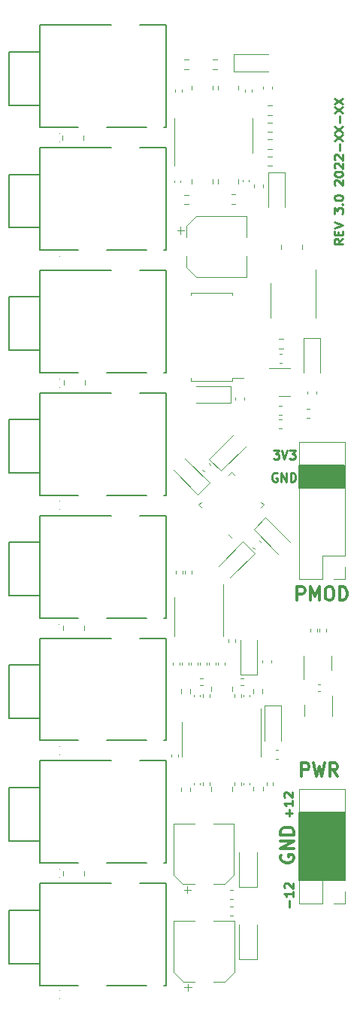
<source format=gbr>
%TF.GenerationSoftware,KiCad,Pcbnew,(6.0.11)*%
%TF.CreationDate,2023-02-18T19:52:45+01:00*%
%TF.ProjectId,eurorack-pmod-pcb,6575726f-7261-4636-9b2d-706d6f642d70,rev?*%
%TF.SameCoordinates,Original*%
%TF.FileFunction,Legend,Top*%
%TF.FilePolarity,Positive*%
%FSLAX46Y46*%
G04 Gerber Fmt 4.6, Leading zero omitted, Abs format (unit mm)*
G04 Created by KiCad (PCBNEW (6.0.11)) date 2023-02-18 19:52:45*
%MOMM*%
%LPD*%
G01*
G04 APERTURE LIST*
%ADD10C,0.150000*%
%ADD11C,0.375000*%
%ADD12C,0.250000*%
%ADD13C,0.100000*%
%ADD14C,0.120000*%
%ADD15C,0.127000*%
G04 APERTURE END LIST*
D10*
X9120223Y-49530000D02*
X14200223Y-49530000D01*
X14200223Y-49530000D02*
X14200223Y-52070000D01*
X14200223Y-52070000D02*
X9120223Y-52070000D01*
X9120223Y-52070000D02*
X9120223Y-49530000D01*
G36*
X9120223Y-49530000D02*
G01*
X14200223Y-49530000D01*
X14200223Y-52070000D01*
X9120223Y-52070000D01*
X9120223Y-49530000D01*
G37*
X9079000Y-88574800D02*
X14224000Y-88574800D01*
X14224000Y-88574800D02*
X14224000Y-96189800D01*
X14224000Y-96189800D02*
X9079000Y-96189800D01*
X9079000Y-96189800D02*
X9079000Y-88574800D01*
G36*
X9079000Y-88574800D02*
G01*
X14224000Y-88574800D01*
X14224000Y-96189800D01*
X9079000Y-96189800D01*
X9079000Y-88574800D01*
G37*
D11*
X9353799Y-84498571D02*
X9353799Y-82998571D01*
X9925228Y-82998571D01*
X10068085Y-83070000D01*
X10139514Y-83141428D01*
X10210942Y-83284285D01*
X10210942Y-83498571D01*
X10139514Y-83641428D01*
X10068085Y-83712857D01*
X9925228Y-83784285D01*
X9353799Y-83784285D01*
X10710942Y-82998571D02*
X11068085Y-84498571D01*
X11353799Y-83427142D01*
X11639514Y-84498571D01*
X11996657Y-82998571D01*
X13425228Y-84498571D02*
X12925228Y-83784285D01*
X12568085Y-84498571D02*
X12568085Y-82998571D01*
X13139514Y-82998571D01*
X13282371Y-83070000D01*
X13353799Y-83141428D01*
X13425228Y-83284285D01*
X13425228Y-83498571D01*
X13353799Y-83641428D01*
X13282371Y-83712857D01*
X13139514Y-83784285D01*
X12568085Y-83784285D01*
D12*
X8013175Y-99222929D02*
X8013175Y-98461024D01*
X8394127Y-97461024D02*
X8394127Y-98032453D01*
X8394127Y-97746738D02*
X7394127Y-97746738D01*
X7536985Y-97841976D01*
X7632223Y-97937215D01*
X7679842Y-98032453D01*
X7489366Y-97080072D02*
X7441747Y-97032453D01*
X7394127Y-96937215D01*
X7394127Y-96699119D01*
X7441747Y-96603881D01*
X7489366Y-96556262D01*
X7584604Y-96508643D01*
X7679842Y-96508643D01*
X7822699Y-96556262D01*
X8394127Y-97127691D01*
X8394127Y-96508643D01*
X14041380Y-24081428D02*
X13565190Y-24414761D01*
X14041380Y-24652857D02*
X13041380Y-24652857D01*
X13041380Y-24271904D01*
X13089000Y-24176666D01*
X13136619Y-24129047D01*
X13231857Y-24081428D01*
X13374714Y-24081428D01*
X13469952Y-24129047D01*
X13517571Y-24176666D01*
X13565190Y-24271904D01*
X13565190Y-24652857D01*
X13517571Y-23652857D02*
X13517571Y-23319523D01*
X14041380Y-23176666D02*
X14041380Y-23652857D01*
X13041380Y-23652857D01*
X13041380Y-23176666D01*
X13041380Y-22890952D02*
X14041380Y-22557619D01*
X13041380Y-22224285D01*
X13041380Y-21224285D02*
X13041380Y-20605238D01*
X13422333Y-20938571D01*
X13422333Y-20795714D01*
X13469952Y-20700476D01*
X13517571Y-20652857D01*
X13612809Y-20605238D01*
X13850904Y-20605238D01*
X13946142Y-20652857D01*
X13993761Y-20700476D01*
X14041380Y-20795714D01*
X14041380Y-21081428D01*
X13993761Y-21176666D01*
X13946142Y-21224285D01*
X13946142Y-20176666D02*
X13993761Y-20129047D01*
X14041380Y-20176666D01*
X13993761Y-20224285D01*
X13946142Y-20176666D01*
X14041380Y-20176666D01*
X13041380Y-19510000D02*
X13041380Y-19414761D01*
X13089000Y-19319523D01*
X13136619Y-19271904D01*
X13231857Y-19224285D01*
X13422333Y-19176666D01*
X13660428Y-19176666D01*
X13850904Y-19224285D01*
X13946142Y-19271904D01*
X13993761Y-19319523D01*
X14041380Y-19414761D01*
X14041380Y-19510000D01*
X13993761Y-19605238D01*
X13946142Y-19652857D01*
X13850904Y-19700476D01*
X13660428Y-19748095D01*
X13422333Y-19748095D01*
X13231857Y-19700476D01*
X13136619Y-19652857D01*
X13089000Y-19605238D01*
X13041380Y-19510000D01*
X13136619Y-18033809D02*
X13089000Y-17986190D01*
X13041380Y-17890952D01*
X13041380Y-17652857D01*
X13089000Y-17557619D01*
X13136619Y-17510000D01*
X13231857Y-17462380D01*
X13327095Y-17462380D01*
X13469952Y-17510000D01*
X14041380Y-18081428D01*
X14041380Y-17462380D01*
X13041380Y-16843333D02*
X13041380Y-16748095D01*
X13089000Y-16652857D01*
X13136619Y-16605238D01*
X13231857Y-16557619D01*
X13422333Y-16510000D01*
X13660428Y-16510000D01*
X13850904Y-16557619D01*
X13946142Y-16605238D01*
X13993761Y-16652857D01*
X14041380Y-16748095D01*
X14041380Y-16843333D01*
X13993761Y-16938571D01*
X13946142Y-16986190D01*
X13850904Y-17033809D01*
X13660428Y-17081428D01*
X13422333Y-17081428D01*
X13231857Y-17033809D01*
X13136619Y-16986190D01*
X13089000Y-16938571D01*
X13041380Y-16843333D01*
X13136619Y-16129047D02*
X13089000Y-16081428D01*
X13041380Y-15986190D01*
X13041380Y-15748095D01*
X13089000Y-15652857D01*
X13136619Y-15605238D01*
X13231857Y-15557619D01*
X13327095Y-15557619D01*
X13469952Y-15605238D01*
X14041380Y-16176666D01*
X14041380Y-15557619D01*
X13136619Y-15176666D02*
X13089000Y-15129047D01*
X13041380Y-15033809D01*
X13041380Y-14795714D01*
X13089000Y-14700476D01*
X13136619Y-14652857D01*
X13231857Y-14605238D01*
X13327095Y-14605238D01*
X13469952Y-14652857D01*
X14041380Y-15224285D01*
X14041380Y-14605238D01*
X13660428Y-14176666D02*
X13660428Y-13414761D01*
X13041380Y-13033809D02*
X14041380Y-12367142D01*
X13041380Y-12367142D02*
X14041380Y-13033809D01*
X13041380Y-12081428D02*
X14041380Y-11414761D01*
X13041380Y-11414761D02*
X14041380Y-12081428D01*
X13660428Y-11033809D02*
X13660428Y-10271904D01*
X13041380Y-9890952D02*
X14041380Y-9224285D01*
X13041380Y-9224285D02*
X14041380Y-9890952D01*
X13041380Y-8938571D02*
X14041380Y-8271904D01*
X13041380Y-8271904D02*
X14041380Y-8938571D01*
D11*
X7080787Y-93373484D02*
X7009358Y-93516341D01*
X7009358Y-93730627D01*
X7080787Y-93944912D01*
X7223644Y-94087769D01*
X7366501Y-94159198D01*
X7652215Y-94230627D01*
X7866501Y-94230627D01*
X8152215Y-94159198D01*
X8295072Y-94087769D01*
X8437929Y-93944912D01*
X8509358Y-93730627D01*
X8509358Y-93587769D01*
X8437929Y-93373484D01*
X8366501Y-93302055D01*
X7866501Y-93302055D01*
X7866501Y-93587769D01*
X8509358Y-92659198D02*
X7009358Y-92659198D01*
X8509358Y-91802055D01*
X7009358Y-91802055D01*
X8509358Y-91087769D02*
X7009358Y-91087769D01*
X7009358Y-90730627D01*
X7080787Y-90516341D01*
X7223644Y-90373484D01*
X7366501Y-90302055D01*
X7652215Y-90230627D01*
X7866501Y-90230627D01*
X8152215Y-90302055D01*
X8295072Y-90373484D01*
X8437929Y-90516341D01*
X8509358Y-90730627D01*
X8509358Y-91087769D01*
D12*
X6201293Y-47864282D02*
X6820341Y-47864282D01*
X6487008Y-48245235D01*
X6629865Y-48245235D01*
X6725103Y-48292854D01*
X6772722Y-48340473D01*
X6820341Y-48435711D01*
X6820341Y-48673806D01*
X6772722Y-48769044D01*
X6725103Y-48816663D01*
X6629865Y-48864282D01*
X6344150Y-48864282D01*
X6248912Y-48816663D01*
X6201293Y-48769044D01*
X7106055Y-47864282D02*
X7439389Y-48864282D01*
X7772722Y-47864282D01*
X8010817Y-47864282D02*
X8629865Y-47864282D01*
X8296531Y-48245235D01*
X8439389Y-48245235D01*
X8534627Y-48292854D01*
X8582246Y-48340473D01*
X8629865Y-48435711D01*
X8629865Y-48673806D01*
X8582246Y-48769044D01*
X8534627Y-48816663D01*
X8439389Y-48864282D01*
X8153674Y-48864282D01*
X8058436Y-48816663D01*
X8010817Y-48769044D01*
D11*
X8872885Y-64711971D02*
X8872885Y-63211971D01*
X9444314Y-63211971D01*
X9587171Y-63283400D01*
X9658600Y-63354828D01*
X9730028Y-63497685D01*
X9730028Y-63711971D01*
X9658600Y-63854828D01*
X9587171Y-63926257D01*
X9444314Y-63997685D01*
X8872885Y-63997685D01*
X10372885Y-64711971D02*
X10372885Y-63211971D01*
X10872885Y-64283400D01*
X11372885Y-63211971D01*
X11372885Y-64711971D01*
X12372885Y-63211971D02*
X12658600Y-63211971D01*
X12801457Y-63283400D01*
X12944314Y-63426257D01*
X13015742Y-63711971D01*
X13015742Y-64211971D01*
X12944314Y-64497685D01*
X12801457Y-64640542D01*
X12658600Y-64711971D01*
X12372885Y-64711971D01*
X12230028Y-64640542D01*
X12087171Y-64497685D01*
X12015742Y-64211971D01*
X12015742Y-63711971D01*
X12087171Y-63426257D01*
X12230028Y-63283400D01*
X12372885Y-63211971D01*
X13658600Y-64711971D02*
X13658600Y-63211971D01*
X14015742Y-63211971D01*
X14230028Y-63283400D01*
X14372885Y-63426257D01*
X14444314Y-63569114D01*
X14515742Y-63854828D01*
X14515742Y-64069114D01*
X14444314Y-64354828D01*
X14372885Y-64497685D01*
X14230028Y-64640542D01*
X14015742Y-64711971D01*
X13658600Y-64711971D01*
D12*
X7976189Y-89014593D02*
X7976189Y-88252688D01*
X8357141Y-88633640D02*
X7595237Y-88633640D01*
X8357141Y-87252688D02*
X8357141Y-87824117D01*
X8357141Y-87538402D02*
X7357141Y-87538402D01*
X7499999Y-87633640D01*
X7595237Y-87728879D01*
X7642856Y-87824117D01*
X7452380Y-86871736D02*
X7404761Y-86824117D01*
X7357141Y-86728879D01*
X7357141Y-86490783D01*
X7404761Y-86395545D01*
X7452380Y-86347926D01*
X7547618Y-86300307D01*
X7642856Y-86300307D01*
X7785713Y-86347926D01*
X8357141Y-86919355D01*
X8357141Y-86300307D01*
X6603510Y-50427000D02*
X6508272Y-50379380D01*
X6365414Y-50379380D01*
X6222557Y-50427000D01*
X6127319Y-50522238D01*
X6079700Y-50617476D01*
X6032081Y-50807952D01*
X6032081Y-50950809D01*
X6079700Y-51141285D01*
X6127319Y-51236523D01*
X6222557Y-51331761D01*
X6365414Y-51379380D01*
X6460653Y-51379380D01*
X6603510Y-51331761D01*
X6651129Y-51284142D01*
X6651129Y-50950809D01*
X6460653Y-50950809D01*
X7079700Y-51379380D02*
X7079700Y-50379380D01*
X7651129Y-51379380D01*
X7651129Y-50379380D01*
X8127319Y-51379380D02*
X8127319Y-50379380D01*
X8365415Y-50379380D01*
X8508272Y-50427000D01*
X8603510Y-50522238D01*
X8651129Y-50617476D01*
X8698748Y-50807952D01*
X8698748Y-50950809D01*
X8651129Y-51141285D01*
X8603510Y-51236523D01*
X8508272Y-51331761D01*
X8365415Y-51379380D01*
X8127319Y-51379380D01*
D13*
%TO.C,D7*%
X-17859200Y-39827200D02*
G75*
G03*
X-17859200Y-39827200I-50000J0D01*
G01*
D14*
%TO.C,R9*%
X1439142Y-20131300D02*
X1913658Y-20131300D01*
X1439142Y-19086300D02*
X1913658Y-19086300D01*
%TO.C,U9*%
X5847400Y-30988000D02*
X5847400Y-32938000D01*
X10967400Y-30988000D02*
X10967400Y-32938000D01*
X5847400Y-30988000D02*
X5847400Y-29038000D01*
X10967400Y-30988000D02*
X10967400Y-27538000D01*
%TO.C,C18*%
X-4262800Y-17735436D02*
X-4262800Y-17519764D01*
X-4982800Y-17735436D02*
X-4982800Y-17519764D01*
%TO.C,U2*%
X-4079400Y-80340200D02*
X-4079400Y-78390200D01*
X-4079400Y-80340200D02*
X-4079400Y-82290200D01*
X4790600Y-80340200D02*
X4790600Y-82290200D01*
X4790600Y-80340200D02*
X4790600Y-76890200D01*
D13*
%TO.C,D18*%
X-17859200Y-109524800D02*
G75*
G03*
X-17859200Y-109524800I-50000J0D01*
G01*
D14*
%TO.C,RN11*%
X-15126800Y-95152400D02*
X-15126800Y-95652400D01*
X-17486800Y-95152400D02*
X-17486800Y-95652400D01*
%TO.C,R18*%
X3922500Y-75167258D02*
X3922500Y-74692742D01*
X4967500Y-75167258D02*
X4967500Y-74692742D01*
%TO.C,R13*%
X5553942Y-9104100D02*
X6028458Y-9104100D01*
X5553942Y-10149100D02*
X6028458Y-10149100D01*
%TO.C,C17*%
X-884123Y-49524828D02*
X-1082934Y-49326017D01*
X-1605372Y-50246077D02*
X-1804183Y-50047266D01*
%TO.C,C4*%
X4925600Y-71768580D02*
X4925600Y-71487420D01*
X5945600Y-71768580D02*
X5945600Y-71487420D01*
D13*
%TO.C,D11*%
X-17910000Y-67411600D02*
G75*
G03*
X-17910000Y-67411600I-50000J0D01*
G01*
%TO.C,D5*%
X-17859200Y-26009600D02*
G75*
G03*
X-17859200Y-26009600I-50000J0D01*
G01*
D14*
%TO.C,R2*%
X12114800Y-67918359D02*
X12114800Y-68225641D01*
X11354800Y-67918359D02*
X11354800Y-68225641D01*
D15*
%TO.C,J10*%
X-5882000Y-94272626D02*
X-6108000Y-94272626D01*
X-20082000Y-94272626D02*
X-20082000Y-91772626D01*
X-15810000Y-94272626D02*
X-20082000Y-94272626D01*
X-20082000Y-85772626D02*
X-20082000Y-82772626D01*
X-5882000Y-82772626D02*
X-5882000Y-94272626D01*
X-20082000Y-82772626D02*
X-12110000Y-82772626D01*
X-23582000Y-85772626D02*
X-23582000Y-91772626D01*
X-12554000Y-94272626D02*
X-8056000Y-94272626D01*
X-5882000Y-82772626D02*
X-8854000Y-82772626D01*
X-20082000Y-85772626D02*
X-23582000Y-85772626D01*
X-23582000Y-91772626D02*
X-20082000Y-91772626D01*
X-20082000Y-91772626D02*
X-20082000Y-85772626D01*
D14*
%TO.C,D2*%
X4352800Y-105070000D02*
X4352800Y-101220000D01*
X2352800Y-105070000D02*
X4352800Y-105070000D01*
X2352800Y-105070000D02*
X2352800Y-101220000D01*
%TO.C,R8*%
X-4014200Y-61697841D02*
X-4014200Y-61390559D01*
X-4774200Y-61697841D02*
X-4774200Y-61390559D01*
%TO.C,C27*%
X6895220Y-38025800D02*
X7176380Y-38025800D01*
X6895220Y-37005800D02*
X7176380Y-37005800D01*
%TO.C,R10*%
X5553942Y-15864100D02*
X6028458Y-15864100D01*
X5553942Y-14819100D02*
X6028458Y-14819100D01*
D15*
%TO.C,J5*%
X-20082000Y-16829771D02*
X-20082000Y-13829771D01*
X-15810000Y-25329771D02*
X-20082000Y-25329771D01*
X-20082000Y-22829771D02*
X-20082000Y-16829771D01*
X-20082000Y-13829771D02*
X-12110000Y-13829771D01*
X-12554000Y-25329771D02*
X-8056000Y-25329771D01*
X-23582000Y-22829771D02*
X-20082000Y-22829771D01*
X-20082000Y-25329771D02*
X-20082000Y-22829771D01*
X-5882000Y-13829771D02*
X-8854000Y-13829771D01*
X-5882000Y-25329771D02*
X-6108000Y-25329771D01*
X-20082000Y-16829771D02*
X-23582000Y-16829771D01*
X-23582000Y-16829771D02*
X-23582000Y-22829771D01*
X-5882000Y-13829771D02*
X-5882000Y-25329771D01*
D14*
%TO.C,C12*%
X274375Y-50150209D02*
X3039163Y-47385421D01*
X1716873Y-46063131D02*
X-1047915Y-48827919D01*
X-1047915Y-48827919D02*
X274375Y-50150209D01*
%TO.C,R4*%
X11172759Y-74903600D02*
X11480041Y-74903600D01*
X11172759Y-74143600D02*
X11480041Y-74143600D01*
%TO.C,C25*%
X2815000Y-85236164D02*
X2815000Y-85451836D01*
X3535000Y-85236164D02*
X3535000Y-85451836D01*
%TO.C,C19*%
X3433400Y-17659236D02*
X3433400Y-17443564D01*
X2713400Y-17659236D02*
X2713400Y-17443564D01*
%TO.C,RN6*%
X1561000Y-85678200D02*
X1561000Y-86178200D01*
X-799000Y-85678200D02*
X-799000Y-86178200D01*
%TO.C,RN7*%
X7071000Y-24777000D02*
X7071000Y-25277000D01*
X9431000Y-24777000D02*
X9431000Y-25277000D01*
%TO.C,R26*%
X-3160500Y-85741742D02*
X-3160500Y-86216258D01*
X-4205500Y-85741742D02*
X-4205500Y-86216258D01*
%TO.C,U1*%
X1785628Y-50632153D02*
X1449752Y-50296278D01*
X-2241345Y-53987375D02*
X-1905470Y-53651499D01*
X1449752Y-50296278D02*
X1113876Y-50632153D01*
X1113876Y-57342597D02*
X1449752Y-57678472D01*
X5140849Y-53987375D02*
X4804974Y-54323251D01*
X4804974Y-53651499D02*
X5140849Y-53987375D01*
X-1905470Y-54323251D02*
X-2241345Y-53987375D01*
%TO.C,C9*%
X6047200Y-7240180D02*
X6047200Y-6959020D01*
X5027200Y-7240180D02*
X5027200Y-6959020D01*
%TO.C,L5*%
X10271979Y-43228800D02*
X9946421Y-43228800D01*
X10271979Y-44248800D02*
X9946421Y-44248800D01*
%TO.C,R24*%
X-1017000Y-75284359D02*
X-1017000Y-75591641D01*
X-1777000Y-75284359D02*
X-1777000Y-75591641D01*
D13*
%TO.C,D15*%
X-17859200Y-94945200D02*
G75*
G03*
X-17859200Y-94945200I-50000J0D01*
G01*
D14*
%TO.C,R33*%
X6798542Y-35342300D02*
X7273058Y-35342300D01*
X6798542Y-36387300D02*
X7273058Y-36387300D01*
%TO.C,RN8*%
X-15177600Y-12450000D02*
X-15177600Y-12950000D01*
X-17537600Y-12450000D02*
X-17537600Y-12950000D01*
D13*
%TO.C,D9*%
X-17875100Y-53594000D02*
G75*
G03*
X-17875100Y-53594000I-50000J0D01*
G01*
D14*
%TO.C,L6*%
X10056400Y-41213821D02*
X10056400Y-41539379D01*
X11076400Y-41213821D02*
X11076400Y-41539379D01*
%TO.C,C5*%
X-3892250Y-97261750D02*
X-3104750Y-97261750D01*
X1759000Y-89808000D02*
X-591000Y-89808000D01*
X694563Y-96628000D02*
X-591000Y-96628000D01*
X-3498500Y-97655500D02*
X-3498500Y-96868000D01*
X-5061000Y-95563563D02*
X-5061000Y-89808000D01*
X1759000Y-95563563D02*
X1759000Y-89808000D01*
X694563Y-96628000D02*
X1759000Y-95563563D01*
X-3996563Y-96628000D02*
X-5061000Y-95563563D01*
X-3996563Y-96628000D02*
X-2711000Y-96628000D01*
X-5061000Y-89808000D02*
X-2711000Y-89808000D01*
%TO.C,RN10*%
X-15126800Y-67618800D02*
X-15126800Y-68118800D01*
X-17486800Y-67618800D02*
X-17486800Y-68118800D01*
%TO.C,U8*%
X7416800Y-38622800D02*
X5741800Y-38622800D01*
X7416800Y-41742800D02*
X6766800Y-41742800D01*
X7416800Y-38622800D02*
X8066800Y-38622800D01*
X7416800Y-41742800D02*
X8066800Y-41742800D01*
%TO.C,J1*%
X11684000Y-96189800D02*
X11684000Y-98789800D01*
X14284000Y-98789800D02*
X12954000Y-98789800D01*
X14284000Y-97459800D02*
X14284000Y-98789800D01*
X14284000Y-96189800D02*
X11684000Y-96189800D01*
X9084000Y-98789800D02*
X9084000Y-85969800D01*
X14284000Y-96189800D02*
X14284000Y-85969800D01*
X14284000Y-85969800D02*
X9084000Y-85969800D01*
X11684000Y-98789800D02*
X9084000Y-98789800D01*
%TO.C,RN3*%
X-87800Y-6836600D02*
X-87800Y-7336600D01*
X2272200Y-6836600D02*
X2272200Y-7336600D01*
%TO.C,R15*%
X-3369542Y-4967500D02*
X-3844058Y-4967500D01*
X-3369542Y-3922500D02*
X-3844058Y-3922500D01*
%TO.C,C1*%
X7488200Y-16613000D02*
X5618200Y-16613000D01*
X7488200Y-20523000D02*
X7488200Y-16613000D01*
X5618200Y-16613000D02*
X5618200Y-20523000D01*
%TO.C,R6*%
X-3369542Y-19137100D02*
X-3844058Y-19137100D01*
X-3369542Y-20182100D02*
X-3844058Y-20182100D01*
%TO.C,R30*%
X4992900Y-85665542D02*
X4992900Y-86140058D01*
X3947900Y-85665542D02*
X3947900Y-86140058D01*
%TO.C,R23*%
X-2058641Y-73534000D02*
X-1751359Y-73534000D01*
X-2058641Y-74294000D02*
X-1751359Y-74294000D01*
%TO.C,RN1*%
X-3008800Y-17377600D02*
X-3008800Y-17877600D01*
X-648800Y-17377600D02*
X-648800Y-17877600D01*
%TO.C,R25*%
X-280400Y-71702959D02*
X-280400Y-72010241D01*
X-1040400Y-71702959D02*
X-1040400Y-72010241D01*
%TO.C,C26*%
X11450600Y-35205800D02*
X9580600Y-35205800D01*
X11450600Y-39115800D02*
X11450600Y-35205800D01*
X9580600Y-35205800D02*
X9580600Y-39115800D01*
%TO.C,U4*%
X525200Y-66522600D02*
X525200Y-68722600D01*
X-4944800Y-66522600D02*
X-4944800Y-68722600D01*
X-4944800Y-66522600D02*
X-4944800Y-64322600D01*
X525200Y-66522600D02*
X525200Y-62922600D01*
%TO.C,C3*%
X2519400Y-73074400D02*
X4389400Y-73074400D01*
X4389400Y-73074400D02*
X4389400Y-69164400D01*
X2519400Y-69164400D02*
X2519400Y-73074400D01*
%TO.C,D1*%
X2352800Y-96942000D02*
X2352800Y-93092000D01*
X2352800Y-96942000D02*
X4352800Y-96942000D01*
X4352800Y-96942000D02*
X4352800Y-93092000D01*
D13*
%TO.C,D6*%
X-17859200Y-26924000D02*
G75*
G03*
X-17859200Y-26924000I-50000J0D01*
G01*
D14*
%TO.C,R11*%
X-4344400Y-71702959D02*
X-4344400Y-72010241D01*
X-5104400Y-71702959D02*
X-5104400Y-72010241D01*
%TO.C,C8*%
X1703200Y-5227600D02*
X5613200Y-5227600D01*
X5613200Y-3357600D02*
X1703200Y-3357600D01*
X1703200Y-3357600D02*
X1703200Y-5227600D01*
%TO.C,C28*%
X-2539800Y-42514800D02*
X1370200Y-42514800D01*
X1370200Y-42514800D02*
X1370200Y-40644800D01*
X1370200Y-40644800D02*
X-2539800Y-40644800D01*
%TO.C,C16*%
X-5067069Y-50077821D02*
X-2302281Y-52842609D01*
X-979991Y-51520319D02*
X-3744779Y-48755531D01*
X-2302281Y-52842609D02*
X-979991Y-51520319D01*
%TO.C,C14*%
X4606666Y-58012817D02*
X4805477Y-58211628D01*
X3885417Y-58734066D02*
X4084228Y-58932877D01*
D15*
%TO.C,J9*%
X-15810000Y-80484055D02*
X-20082000Y-80484055D01*
X-5882000Y-80484055D02*
X-6108000Y-80484055D01*
X-20082000Y-68984055D02*
X-12110000Y-68984055D01*
X-20082000Y-80484055D02*
X-20082000Y-77984055D01*
X-23582000Y-71984055D02*
X-23582000Y-77984055D01*
X-5882000Y-68984055D02*
X-5882000Y-80484055D01*
X-5882000Y-68984055D02*
X-8854000Y-68984055D01*
X-20082000Y-71984055D02*
X-23582000Y-71984055D01*
X-23582000Y-77984055D02*
X-20082000Y-77984055D01*
X-20082000Y-77984055D02*
X-20082000Y-71984055D01*
X-20082000Y-71984055D02*
X-20082000Y-68984055D01*
X-12554000Y-80484055D02*
X-8056000Y-80484055D01*
D14*
%TO.C,C10*%
X5211800Y-76582400D02*
X5211800Y-80492400D01*
X7081800Y-76582400D02*
X5211800Y-76582400D01*
X7081800Y-80492400D02*
X7081800Y-76582400D01*
%TO.C,R27*%
X-1777000Y-85497641D02*
X-1777000Y-85190359D01*
X-1017000Y-85497641D02*
X-1017000Y-85190359D01*
%TO.C,C23*%
X-2053000Y-75545836D02*
X-2053000Y-75330164D01*
X-2773000Y-75545836D02*
X-2773000Y-75330164D01*
%TO.C,C13*%
X4100009Y-59430975D02*
X2777719Y-58108685D01*
X2777719Y-58108685D02*
X12931Y-60873473D01*
X1335221Y-62195763D02*
X4100009Y-59430975D01*
%TO.C,RN2*%
X-87800Y-17377600D02*
X-87800Y-17877600D01*
X2272200Y-17377600D02*
X2272200Y-17877600D01*
%TO.C,L4*%
X7147779Y-44346400D02*
X6822221Y-44346400D01*
X7147779Y-45366400D02*
X6822221Y-45366400D01*
%TO.C,L2*%
X1285021Y-100155452D02*
X1610579Y-100155452D01*
X1285021Y-99135452D02*
X1610579Y-99135452D01*
%TO.C,C22*%
X3535000Y-75545836D02*
X3535000Y-75330164D01*
X2815000Y-75545836D02*
X2815000Y-75330164D01*
%TO.C,R31*%
X2539000Y-85495641D02*
X2539000Y-85188359D01*
X1779000Y-85495641D02*
X1779000Y-85188359D01*
D13*
%TO.C,D12*%
X-17910000Y-68326000D02*
G75*
G03*
X-17910000Y-68326000I-50000J0D01*
G01*
D14*
%TO.C,C11*%
X6744580Y-82602800D02*
X6463420Y-82602800D01*
X6744580Y-81582800D02*
X6463420Y-81582800D01*
%TO.C,R20*%
X2539000Y-75284359D02*
X2539000Y-75591641D01*
X1779000Y-75284359D02*
X1779000Y-75591641D01*
%TO.C,R22*%
X-4205500Y-75167258D02*
X-4205500Y-74692742D01*
X-3160500Y-75167258D02*
X-3160500Y-74692742D01*
D13*
%TO.C,D4*%
X-17875100Y-13157200D02*
G75*
G03*
X-17875100Y-13157200I-50000J0D01*
G01*
D14*
%TO.C,R16*%
X5553942Y-11009100D02*
X6028458Y-11009100D01*
X5553942Y-12054100D02*
X6028458Y-12054100D01*
%TO.C,R29*%
X735600Y-71702959D02*
X735600Y-72010241D01*
X-24400Y-71702959D02*
X-24400Y-72010241D01*
D13*
%TO.C,D16*%
X-17859200Y-95859600D02*
G75*
G03*
X-17859200Y-95859600I-50000J0D01*
G01*
D14*
%TO.C,C29*%
X1903000Y-41896420D02*
X1903000Y-42177580D01*
X2923000Y-41896420D02*
X2923000Y-42177580D01*
%TO.C,L1*%
X1285021Y-98305000D02*
X1610579Y-98305000D01*
X1285021Y-97285000D02*
X1610579Y-97285000D01*
D13*
%TO.C,D17*%
X-17859200Y-108610400D02*
G75*
G03*
X-17859200Y-108610400I-50000J0D01*
G01*
D14*
%TO.C,L3*%
X7147779Y-42847800D02*
X6822221Y-42847800D01*
X7147779Y-43867800D02*
X6822221Y-43867800D01*
%TO.C,R3*%
X1904000Y-69135559D02*
X1904000Y-69442841D01*
X1144000Y-69135559D02*
X1144000Y-69442841D01*
%TO.C,Q1*%
X12837600Y-77114400D02*
X12837600Y-75439400D01*
X12837600Y-77114400D02*
X12837600Y-77764400D01*
X9717600Y-77114400D02*
X9717600Y-77764400D01*
X9717600Y-77114400D02*
X9717600Y-76464400D01*
%TO.C,R12*%
X-606058Y-3947900D02*
X-131542Y-3947900D01*
X-606058Y-4992900D02*
X-131542Y-4992900D01*
%TO.C,C2*%
X5056600Y-17995020D02*
X5056600Y-18276180D01*
X4036600Y-17995020D02*
X4036600Y-18276180D01*
%TO.C,R7*%
X5553942Y-12914100D02*
X6028458Y-12914100D01*
X5553942Y-13959100D02*
X6028458Y-13959100D01*
%TO.C,R5*%
X-2998200Y-61697841D02*
X-2998200Y-61390559D01*
X-3758200Y-61697841D02*
X-3758200Y-61390559D01*
D15*
%TO.C,J11*%
X-15810000Y-108061200D02*
X-20082000Y-108061200D01*
X-12554000Y-108061200D02*
X-8056000Y-108061200D01*
X-20082000Y-99561200D02*
X-23582000Y-99561200D01*
X-5882000Y-108061200D02*
X-6108000Y-108061200D01*
X-20082000Y-99561200D02*
X-20082000Y-96561200D01*
X-5882000Y-96561200D02*
X-5882000Y-108061200D01*
X-20082000Y-108061200D02*
X-20082000Y-105561200D01*
X-23582000Y-105561200D02*
X-20082000Y-105561200D01*
X-20082000Y-105561200D02*
X-20082000Y-99561200D01*
X-23582000Y-99561200D02*
X-23582000Y-105561200D01*
X-5882000Y-96561200D02*
X-8854000Y-96561200D01*
X-20082000Y-96561200D02*
X-12110000Y-96561200D01*
D14*
%TO.C,RN9*%
X-15025200Y-39983600D02*
X-15025200Y-40483600D01*
X-17385200Y-39983600D02*
X-17385200Y-40483600D01*
%TO.C,R19*%
X2820641Y-74294000D02*
X2513359Y-74294000D01*
X2820641Y-73534000D02*
X2513359Y-73534000D01*
%TO.C,R28*%
X-4573000Y-82322641D02*
X-4573000Y-82015359D01*
X-5333000Y-82322641D02*
X-5333000Y-82015359D01*
D13*
%TO.C,D14*%
X-17859200Y-82092800D02*
G75*
G03*
X-17859200Y-82092800I-50000J0D01*
G01*
%TO.C,D8*%
X-17859200Y-40741600D02*
G75*
G03*
X-17859200Y-40741600I-50000J0D01*
G01*
D14*
%TO.C,RN4*%
X-3008800Y-6836600D02*
X-3008800Y-7336600D01*
X-648800Y-6836600D02*
X-648800Y-7336600D01*
%TO.C,C20*%
X3018200Y-7331764D02*
X3018200Y-7547436D01*
X3738200Y-7331764D02*
X3738200Y-7547436D01*
%TO.C,C24*%
X-2773000Y-85236164D02*
X-2773000Y-85451836D01*
X-2053000Y-85236164D02*
X-2053000Y-85451836D01*
%TO.C,R1*%
X10338800Y-67918359D02*
X10338800Y-68225641D01*
X11098800Y-67918359D02*
X11098800Y-68225641D01*
%TO.C,R14*%
X-3328400Y-71702959D02*
X-3328400Y-72010241D01*
X-4088400Y-71702959D02*
X-4088400Y-72010241D01*
%TO.C,R17*%
X-3072400Y-71702959D02*
X-3072400Y-72010241D01*
X-2312400Y-71702959D02*
X-2312400Y-72010241D01*
%TO.C,U3*%
X3876200Y-12420600D02*
X3876200Y-14370600D01*
X3876200Y-12420600D02*
X3876200Y-10470600D01*
X-4993800Y-12420600D02*
X-4993800Y-10470600D01*
X-4993800Y-12420600D02*
X-4993800Y-15870600D01*
D15*
%TO.C,J7*%
X-20082000Y-41406913D02*
X-12110000Y-41406913D01*
X-15810000Y-52906913D02*
X-20082000Y-52906913D01*
X-5882000Y-41406913D02*
X-8854000Y-41406913D01*
X-5882000Y-52906913D02*
X-6108000Y-52906913D01*
X-5882000Y-41406913D02*
X-5882000Y-52906913D01*
X-20082000Y-52906913D02*
X-20082000Y-50406913D01*
X-20082000Y-44406913D02*
X-23582000Y-44406913D01*
X-12554000Y-52906913D02*
X-8056000Y-52906913D01*
X-23582000Y-44406913D02*
X-23582000Y-50406913D01*
X-20082000Y-44406913D02*
X-20082000Y-41406913D01*
X-20082000Y-50406913D02*
X-20082000Y-44406913D01*
X-23582000Y-50406913D02*
X-20082000Y-50406913D01*
D14*
%TO.C,RN5*%
X-799000Y-74926000D02*
X-799000Y-74426000D01*
X1561000Y-74926000D02*
X1561000Y-74426000D01*
%TO.C,R21*%
X-1296400Y-71702959D02*
X-1296400Y-72010241D01*
X-2056400Y-71702959D02*
X-2056400Y-72010241D01*
%TO.C,R32*%
X5411200Y-85495641D02*
X5411200Y-85188359D01*
X6171200Y-85495641D02*
X6171200Y-85188359D01*
%TO.C,U10*%
X-787400Y-40037400D02*
X1522600Y-40037400D01*
X-787400Y-40037400D02*
X-3097400Y-40037400D01*
X1522600Y-30117400D02*
X1522600Y-30392400D01*
X-787400Y-30117400D02*
X1522600Y-30117400D01*
X1522600Y-39762400D02*
X2812600Y-39762400D01*
X-3097400Y-30117400D02*
X-3097400Y-30392400D01*
X-787400Y-30117400D02*
X-3097400Y-30117400D01*
X-3097400Y-40037400D02*
X-3097400Y-39762400D01*
X1522600Y-40037400D02*
X1522600Y-39762400D01*
%TO.C,C15*%
X-3613200Y-27313763D02*
X-2548763Y-28378200D01*
X-3613200Y-22622637D02*
X-3613200Y-23908200D01*
X3206800Y-21558200D02*
X3206800Y-23908200D01*
X-4640700Y-23120700D02*
X-3853200Y-23120700D01*
X-2548763Y-28378200D02*
X3206800Y-28378200D01*
X3206800Y-28378200D02*
X3206800Y-26028200D01*
X-2548763Y-21558200D02*
X3206800Y-21558200D01*
X-3613200Y-22622637D02*
X-2548763Y-21558200D01*
X-3613200Y-27313763D02*
X-3613200Y-26028200D01*
X-4246950Y-22726950D02*
X-4246950Y-23514450D01*
%TO.C,C21*%
X-4135800Y-7331764D02*
X-4135800Y-7547436D01*
X-4855800Y-7331764D02*
X-4855800Y-7547436D01*
D13*
%TO.C,D3*%
X-17875100Y-12242800D02*
G75*
G03*
X-17875100Y-12242800I-50000J0D01*
G01*
D15*
%TO.C,J4*%
X-5882000Y-41200D02*
X-8854000Y-41200D01*
X-12554000Y-11541200D02*
X-8056000Y-11541200D01*
X-20082000Y-3041200D02*
X-20082000Y-41200D01*
X-5882000Y-41200D02*
X-5882000Y-11541200D01*
X-5882000Y-11541200D02*
X-6108000Y-11541200D01*
X-20082000Y-9041200D02*
X-20082000Y-3041200D01*
X-23582000Y-9041200D02*
X-20082000Y-9041200D01*
X-20082000Y-3041200D02*
X-23582000Y-3041200D01*
X-23582000Y-3041200D02*
X-23582000Y-9041200D01*
X-20082000Y-11541200D02*
X-20082000Y-9041200D01*
X-15810000Y-11541200D02*
X-20082000Y-11541200D01*
X-20082000Y-41200D02*
X-12110000Y-41200D01*
%TO.C,J6*%
X-20082000Y-30618342D02*
X-20082000Y-27618342D01*
X-12554000Y-39118342D02*
X-8056000Y-39118342D01*
X-5882000Y-39118342D02*
X-6108000Y-39118342D01*
X-20082000Y-30618342D02*
X-23582000Y-30618342D01*
X-23582000Y-30618342D02*
X-23582000Y-36618342D01*
X-5882000Y-27618342D02*
X-5882000Y-39118342D01*
X-5882000Y-27618342D02*
X-8854000Y-27618342D01*
X-20082000Y-39118342D02*
X-20082000Y-36618342D01*
X-23582000Y-36618342D02*
X-20082000Y-36618342D01*
X-20082000Y-27618342D02*
X-12110000Y-27618342D01*
X-15810000Y-39118342D02*
X-20082000Y-39118342D01*
X-20082000Y-36618342D02*
X-20082000Y-30618342D01*
%TO.C,J8*%
X-20082000Y-58195484D02*
X-20082000Y-55195484D01*
X-23582000Y-58195484D02*
X-23582000Y-64195484D01*
X-20082000Y-64195484D02*
X-20082000Y-58195484D01*
X-5882000Y-55195484D02*
X-8854000Y-55195484D01*
X-20082000Y-58195484D02*
X-23582000Y-58195484D01*
X-23582000Y-64195484D02*
X-20082000Y-64195484D01*
X-12554000Y-66695484D02*
X-8056000Y-66695484D01*
X-20082000Y-66695484D02*
X-20082000Y-64195484D01*
X-20082000Y-55195484D02*
X-12110000Y-55195484D01*
X-15810000Y-66695484D02*
X-20082000Y-66695484D01*
X-5882000Y-66695484D02*
X-6108000Y-66695484D01*
X-5882000Y-55195484D02*
X-5882000Y-66695484D01*
D13*
%TO.C,D13*%
X-17859200Y-81178400D02*
G75*
G03*
X-17859200Y-81178400I-50000J0D01*
G01*
D14*
%TO.C,U5*%
X9616000Y-71780400D02*
X9616000Y-73580400D01*
X12736000Y-71780400D02*
X12736000Y-72580400D01*
X12736000Y-71780400D02*
X12736000Y-70980400D01*
X9616000Y-71780400D02*
X9616000Y-70980400D01*
%TO.C,C7*%
X8068363Y-58181073D02*
X5303575Y-55416285D01*
X5303575Y-55416285D02*
X3981285Y-56738575D01*
X3981285Y-56738575D02*
X6746073Y-59503363D01*
%TO.C,J2*%
X11684000Y-59690000D02*
X11684000Y-62290000D01*
X9084000Y-62290000D02*
X9084000Y-46930000D01*
X14284000Y-59690000D02*
X11684000Y-59690000D01*
X14284000Y-46930000D02*
X9084000Y-46930000D01*
X14284000Y-60960000D02*
X14284000Y-62290000D01*
X14284000Y-59690000D02*
X14284000Y-46930000D01*
X14284000Y-62290000D02*
X12954000Y-62290000D01*
X11684000Y-62290000D02*
X9084000Y-62290000D01*
D13*
%TO.C,D10*%
X-17859200Y-54508400D02*
G75*
G03*
X-17859200Y-54508400I-50000J0D01*
G01*
D14*
%TO.C,C6*%
X-5010200Y-100780800D02*
X-2660200Y-100780800D01*
X-3945763Y-107600800D02*
X-5010200Y-106536363D01*
X745363Y-107600800D02*
X1809800Y-106536363D01*
X-3841450Y-108234550D02*
X-3053950Y-108234550D01*
X745363Y-107600800D02*
X-540200Y-107600800D01*
X-5010200Y-106536363D02*
X-5010200Y-100780800D01*
X-3447700Y-108628300D02*
X-3447700Y-107840800D01*
X1809800Y-106536363D02*
X1809800Y-100780800D01*
X1809800Y-100780800D02*
X-540200Y-100780800D01*
X-3945763Y-107600800D02*
X-2660200Y-107600800D01*
%TD*%
M02*

</source>
